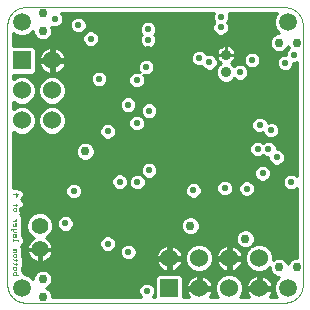
<source format=gbl>
G75*
%MOIN*%
%OFA0B0*%
%FSLAX25Y25*%
%IPPOS*%
%LPD*%
%AMOC8*
5,1,8,0,0,1.08239X$1,22.5*
%
%ADD10C,0.00000*%
%ADD11C,0.00300*%
%ADD12C,0.05600*%
%ADD13R,0.06000X0.06000*%
%ADD14C,0.06000*%
%ADD15C,0.03500*%
%ADD16C,0.02178*%
%ADD17C,0.02953*%
%ADD18C,0.00984*%
%ADD19C,0.05906*%
D10*
X0009483Y0006895D02*
X0096098Y0006895D01*
X0096250Y0006897D01*
X0096402Y0006903D01*
X0096554Y0006913D01*
X0096705Y0006926D01*
X0096856Y0006944D01*
X0097007Y0006965D01*
X0097157Y0006991D01*
X0097306Y0007020D01*
X0097455Y0007053D01*
X0097602Y0007090D01*
X0097749Y0007130D01*
X0097894Y0007175D01*
X0098038Y0007223D01*
X0098181Y0007275D01*
X0098323Y0007330D01*
X0098463Y0007389D01*
X0098602Y0007452D01*
X0098739Y0007518D01*
X0098874Y0007588D01*
X0099007Y0007661D01*
X0099138Y0007738D01*
X0099268Y0007818D01*
X0099395Y0007901D01*
X0099520Y0007987D01*
X0099643Y0008077D01*
X0099763Y0008170D01*
X0099881Y0008266D01*
X0099997Y0008365D01*
X0100110Y0008467D01*
X0100220Y0008571D01*
X0100328Y0008679D01*
X0100432Y0008789D01*
X0100534Y0008902D01*
X0100633Y0009018D01*
X0100729Y0009136D01*
X0100822Y0009256D01*
X0100912Y0009379D01*
X0100998Y0009504D01*
X0101081Y0009631D01*
X0101161Y0009761D01*
X0101238Y0009892D01*
X0101311Y0010025D01*
X0101381Y0010160D01*
X0101447Y0010297D01*
X0101510Y0010436D01*
X0101569Y0010576D01*
X0101624Y0010718D01*
X0101676Y0010861D01*
X0101724Y0011005D01*
X0101769Y0011150D01*
X0101809Y0011297D01*
X0101846Y0011444D01*
X0101879Y0011593D01*
X0101908Y0011742D01*
X0101934Y0011892D01*
X0101955Y0012043D01*
X0101973Y0012194D01*
X0101986Y0012345D01*
X0101996Y0012497D01*
X0102002Y0012649D01*
X0102004Y0012801D01*
X0102003Y0012801D02*
X0102003Y0099415D01*
X0102004Y0099415D02*
X0102002Y0099567D01*
X0101996Y0099719D01*
X0101986Y0099871D01*
X0101973Y0100022D01*
X0101955Y0100173D01*
X0101934Y0100324D01*
X0101908Y0100474D01*
X0101879Y0100623D01*
X0101846Y0100772D01*
X0101809Y0100919D01*
X0101769Y0101066D01*
X0101724Y0101211D01*
X0101676Y0101355D01*
X0101624Y0101498D01*
X0101569Y0101640D01*
X0101510Y0101780D01*
X0101447Y0101919D01*
X0101381Y0102056D01*
X0101311Y0102191D01*
X0101238Y0102324D01*
X0101161Y0102455D01*
X0101081Y0102585D01*
X0100998Y0102712D01*
X0100912Y0102837D01*
X0100822Y0102960D01*
X0100729Y0103080D01*
X0100633Y0103198D01*
X0100534Y0103314D01*
X0100432Y0103427D01*
X0100328Y0103537D01*
X0100220Y0103645D01*
X0100110Y0103749D01*
X0099997Y0103851D01*
X0099881Y0103950D01*
X0099763Y0104046D01*
X0099643Y0104139D01*
X0099520Y0104229D01*
X0099395Y0104315D01*
X0099268Y0104398D01*
X0099138Y0104478D01*
X0099007Y0104555D01*
X0098874Y0104628D01*
X0098739Y0104698D01*
X0098602Y0104764D01*
X0098463Y0104827D01*
X0098323Y0104886D01*
X0098181Y0104941D01*
X0098038Y0104993D01*
X0097894Y0105041D01*
X0097749Y0105086D01*
X0097602Y0105126D01*
X0097455Y0105163D01*
X0097306Y0105196D01*
X0097157Y0105225D01*
X0097007Y0105251D01*
X0096856Y0105272D01*
X0096705Y0105290D01*
X0096554Y0105303D01*
X0096402Y0105313D01*
X0096250Y0105319D01*
X0096098Y0105321D01*
X0096098Y0105320D02*
X0009483Y0105320D01*
X0009483Y0105321D02*
X0009331Y0105319D01*
X0009179Y0105313D01*
X0009027Y0105303D01*
X0008876Y0105290D01*
X0008725Y0105272D01*
X0008574Y0105251D01*
X0008424Y0105225D01*
X0008275Y0105196D01*
X0008126Y0105163D01*
X0007979Y0105126D01*
X0007832Y0105086D01*
X0007687Y0105041D01*
X0007543Y0104993D01*
X0007400Y0104941D01*
X0007258Y0104886D01*
X0007118Y0104827D01*
X0006979Y0104764D01*
X0006842Y0104698D01*
X0006707Y0104628D01*
X0006574Y0104555D01*
X0006443Y0104478D01*
X0006313Y0104398D01*
X0006186Y0104315D01*
X0006061Y0104229D01*
X0005938Y0104139D01*
X0005818Y0104046D01*
X0005700Y0103950D01*
X0005584Y0103851D01*
X0005471Y0103749D01*
X0005361Y0103645D01*
X0005253Y0103537D01*
X0005149Y0103427D01*
X0005047Y0103314D01*
X0004948Y0103198D01*
X0004852Y0103080D01*
X0004759Y0102960D01*
X0004669Y0102837D01*
X0004583Y0102712D01*
X0004500Y0102585D01*
X0004420Y0102455D01*
X0004343Y0102324D01*
X0004270Y0102191D01*
X0004200Y0102056D01*
X0004134Y0101919D01*
X0004071Y0101780D01*
X0004012Y0101640D01*
X0003957Y0101498D01*
X0003905Y0101355D01*
X0003857Y0101211D01*
X0003812Y0101066D01*
X0003772Y0100919D01*
X0003735Y0100772D01*
X0003702Y0100623D01*
X0003673Y0100474D01*
X0003647Y0100324D01*
X0003626Y0100173D01*
X0003608Y0100022D01*
X0003595Y0099871D01*
X0003585Y0099719D01*
X0003579Y0099567D01*
X0003577Y0099415D01*
X0003578Y0099415D02*
X0003578Y0012801D01*
X0003577Y0012801D02*
X0003579Y0012649D01*
X0003585Y0012497D01*
X0003595Y0012345D01*
X0003608Y0012194D01*
X0003626Y0012043D01*
X0003647Y0011892D01*
X0003673Y0011742D01*
X0003702Y0011593D01*
X0003735Y0011444D01*
X0003772Y0011297D01*
X0003812Y0011150D01*
X0003857Y0011005D01*
X0003905Y0010861D01*
X0003957Y0010718D01*
X0004012Y0010576D01*
X0004071Y0010436D01*
X0004134Y0010297D01*
X0004200Y0010160D01*
X0004270Y0010025D01*
X0004343Y0009892D01*
X0004420Y0009761D01*
X0004500Y0009631D01*
X0004583Y0009504D01*
X0004669Y0009379D01*
X0004759Y0009256D01*
X0004852Y0009136D01*
X0004948Y0009018D01*
X0005047Y0008902D01*
X0005149Y0008789D01*
X0005253Y0008679D01*
X0005361Y0008571D01*
X0005471Y0008467D01*
X0005584Y0008365D01*
X0005700Y0008266D01*
X0005818Y0008170D01*
X0005938Y0008077D01*
X0006061Y0007987D01*
X0006186Y0007901D01*
X0006313Y0007818D01*
X0006443Y0007738D01*
X0006574Y0007661D01*
X0006707Y0007588D01*
X0006842Y0007518D01*
X0006979Y0007452D01*
X0007118Y0007389D01*
X0007258Y0007330D01*
X0007400Y0007275D01*
X0007543Y0007223D01*
X0007687Y0007175D01*
X0007832Y0007130D01*
X0007979Y0007090D01*
X0008126Y0007053D01*
X0008275Y0007020D01*
X0008424Y0006991D01*
X0008574Y0006965D01*
X0008725Y0006944D01*
X0008876Y0006926D01*
X0009027Y0006913D01*
X0009179Y0006903D01*
X0009331Y0006897D01*
X0009483Y0006895D01*
D11*
X0007169Y0015958D02*
X0005500Y0015958D01*
X0005500Y0016793D01*
X0005778Y0017071D01*
X0006334Y0017071D01*
X0006613Y0016793D01*
X0006613Y0015958D01*
X0006334Y0017771D02*
X0005778Y0017771D01*
X0005500Y0018049D01*
X0005500Y0018606D01*
X0005778Y0018884D01*
X0006334Y0018884D01*
X0006613Y0018606D01*
X0006613Y0018049D01*
X0006334Y0017771D01*
X0006613Y0019583D02*
X0006613Y0020140D01*
X0006891Y0019861D02*
X0005778Y0019861D01*
X0005500Y0020140D01*
X0005778Y0021070D02*
X0005500Y0021348D01*
X0005778Y0021070D02*
X0006891Y0021070D01*
X0006613Y0020792D02*
X0006613Y0021348D01*
X0006334Y0022000D02*
X0005778Y0022000D01*
X0005500Y0022278D01*
X0005500Y0022835D01*
X0005778Y0023113D01*
X0006334Y0023113D01*
X0006613Y0022835D01*
X0006613Y0022278D01*
X0006334Y0022000D01*
X0006613Y0023812D02*
X0005500Y0023812D01*
X0005500Y0024369D02*
X0006334Y0024369D01*
X0006613Y0024647D01*
X0006334Y0024926D01*
X0005500Y0024926D01*
X0006334Y0024369D02*
X0006613Y0024091D01*
X0006613Y0023812D01*
X0007169Y0027438D02*
X0007169Y0027716D01*
X0005500Y0027716D01*
X0005500Y0027438D02*
X0005500Y0027994D01*
X0005778Y0028646D02*
X0006056Y0028924D01*
X0006056Y0029759D01*
X0006334Y0029759D02*
X0005500Y0029759D01*
X0005500Y0028924D01*
X0005778Y0028646D01*
X0006613Y0028924D02*
X0006613Y0029481D01*
X0006334Y0029759D01*
X0006613Y0030459D02*
X0005778Y0030459D01*
X0005500Y0030737D01*
X0005500Y0031572D01*
X0005221Y0031572D02*
X0004943Y0031293D01*
X0004943Y0031015D01*
X0005221Y0031572D02*
X0006613Y0031572D01*
X0006334Y0032271D02*
X0006613Y0032549D01*
X0006613Y0033106D01*
X0006334Y0033384D01*
X0006056Y0033384D01*
X0006056Y0032271D01*
X0005778Y0032271D02*
X0006334Y0032271D01*
X0005778Y0032271D02*
X0005500Y0032549D01*
X0005500Y0033106D01*
X0005500Y0034084D02*
X0006613Y0034084D01*
X0006613Y0034640D02*
X0006613Y0034919D01*
X0006613Y0034640D02*
X0006056Y0034084D01*
X0005778Y0037407D02*
X0005500Y0037685D01*
X0005500Y0038242D01*
X0005778Y0038520D01*
X0006334Y0038520D01*
X0006613Y0038242D01*
X0006613Y0037685D01*
X0006334Y0037407D01*
X0005778Y0037407D01*
X0006334Y0039219D02*
X0006334Y0039776D01*
X0006891Y0039498D02*
X0005500Y0039498D01*
X0006891Y0039498D02*
X0007169Y0039776D01*
X0006334Y0042240D02*
X0006334Y0043353D01*
X0005500Y0043075D02*
X0007169Y0043075D01*
X0006334Y0042240D01*
D12*
X0014405Y0032486D03*
X0014405Y0024612D03*
D13*
X0057475Y0011738D03*
X0008499Y0087604D03*
D14*
X0018499Y0087604D03*
X0018499Y0077604D03*
X0008499Y0077604D03*
X0008499Y0067604D03*
X0018499Y0067604D03*
X0057475Y0021738D03*
X0067475Y0021738D03*
X0077475Y0021738D03*
X0087475Y0021738D03*
X0087475Y0011738D03*
X0077475Y0011738D03*
X0067475Y0011738D03*
D15*
X0076413Y0083667D03*
X0076413Y0089572D03*
D16*
X0074641Y0092328D03*
X0070901Y0087013D03*
X0067554Y0088391D03*
X0063814Y0085438D03*
X0050822Y0079730D03*
X0046688Y0081108D03*
X0049838Y0085438D03*
X0050428Y0091344D03*
X0050428Y0094493D03*
X0047082Y0096462D03*
X0050428Y0098037D03*
X0034090Y0097446D03*
X0031334Y0094887D03*
X0027200Y0099415D03*
X0019326Y0101383D03*
X0008499Y0094887D03*
X0034090Y0081501D03*
X0043735Y0072840D03*
X0046688Y0066738D03*
X0050822Y0070871D03*
X0043932Y0061226D03*
X0037042Y0063982D03*
X0031137Y0063982D03*
X0037042Y0069887D03*
X0050625Y0057486D03*
X0050822Y0050989D03*
X0046885Y0047052D03*
X0040979Y0047249D03*
X0035074Y0047052D03*
X0037239Y0039572D03*
X0040586Y0030714D03*
X0037042Y0026580D03*
X0043932Y0023824D03*
X0050035Y0010832D03*
X0022869Y0033273D03*
X0018342Y0037407D03*
X0022869Y0039572D03*
X0025625Y0044100D03*
X0008499Y0037604D03*
X0006727Y0060241D03*
X0049050Y0037801D03*
X0051216Y0037801D03*
X0051609Y0040360D03*
X0064601Y0036423D03*
X0072475Y0036423D03*
X0076413Y0036423D03*
X0083302Y0039178D03*
X0083302Y0041541D03*
X0083302Y0044887D03*
X0088617Y0050005D03*
X0093342Y0055320D03*
X0090586Y0058076D03*
X0087042Y0058076D03*
X0091373Y0064375D03*
X0087633Y0066147D03*
X0098066Y0061423D03*
X0099050Y0065950D03*
X0094129Y0076974D03*
X0094916Y0083667D03*
X0096098Y0086816D03*
X0099050Y0089572D03*
X0091373Y0087801D03*
X0085074Y0087801D03*
X0081137Y0086816D03*
X0081137Y0083667D03*
X0092751Y0096856D03*
X0074838Y0102171D03*
X0074641Y0098627D03*
X0072475Y0067919D03*
X0064601Y0067919D03*
X0064601Y0060045D03*
X0072475Y0060045D03*
X0076019Y0045084D03*
X0065586Y0044297D03*
X0090192Y0036423D03*
X0094129Y0036423D03*
X0098066Y0047052D03*
X0098066Y0022643D03*
X0018342Y0011816D03*
D17*
X0015389Y0008864D03*
X0015389Y0014769D03*
X0047672Y0026974D03*
X0064601Y0032486D03*
X0078381Y0027958D03*
X0082909Y0028155D03*
X0094129Y0018706D03*
X0100035Y0018706D03*
X0096098Y0027958D03*
X0029759Y0050989D03*
X0029562Y0057289D03*
X0015389Y0097446D03*
X0015389Y0103352D03*
X0094129Y0093509D03*
X0100035Y0093509D03*
D18*
X0097087Y0092395D02*
X0097077Y0092395D01*
X0097082Y0092407D02*
X0097345Y0091773D01*
X0096709Y0091137D01*
X0096288Y0090122D01*
X0096288Y0089578D01*
X0095548Y0089578D01*
X0094533Y0089158D01*
X0093756Y0088381D01*
X0093335Y0087366D01*
X0093335Y0086267D01*
X0093756Y0085252D01*
X0094533Y0084475D01*
X0095548Y0084054D01*
X0096647Y0084054D01*
X0097662Y0084475D01*
X0098439Y0085252D01*
X0098860Y0086267D01*
X0098860Y0086810D01*
X0099600Y0086810D01*
X0100011Y0086980D01*
X0100011Y0049014D01*
X0099631Y0049394D01*
X0098615Y0049815D01*
X0097517Y0049815D01*
X0096501Y0049394D01*
X0095724Y0048617D01*
X0095304Y0047602D01*
X0095304Y0046503D01*
X0095724Y0045488D01*
X0096501Y0044711D01*
X0097517Y0044290D01*
X0098615Y0044290D01*
X0099631Y0044711D01*
X0100011Y0045091D01*
X0100011Y0021856D01*
X0099408Y0021856D01*
X0098250Y0021376D01*
X0097364Y0020490D01*
X0097082Y0019808D01*
X0096799Y0020490D01*
X0095913Y0021376D01*
X0094756Y0021856D01*
X0093503Y0021856D01*
X0092345Y0021376D01*
X0092149Y0021180D01*
X0092149Y0022667D01*
X0091437Y0024385D01*
X0090123Y0025699D01*
X0088405Y0026411D01*
X0086546Y0026411D01*
X0084963Y0025755D01*
X0085579Y0026371D01*
X0086058Y0027528D01*
X0086058Y0028781D01*
X0085579Y0029939D01*
X0084693Y0030825D01*
X0083535Y0031304D01*
X0082282Y0031304D01*
X0081124Y0030825D01*
X0080238Y0029939D01*
X0079759Y0028781D01*
X0079759Y0027528D01*
X0080238Y0026371D01*
X0081124Y0025485D01*
X0082282Y0025005D01*
X0083535Y0025005D01*
X0084558Y0025429D01*
X0083514Y0024385D01*
X0082802Y0022667D01*
X0082802Y0020808D01*
X0083514Y0019090D01*
X0084828Y0017776D01*
X0086546Y0017064D01*
X0088405Y0017064D01*
X0090123Y0017776D01*
X0090979Y0018633D01*
X0090979Y0018080D01*
X0091459Y0016922D01*
X0092345Y0016036D01*
X0093503Y0015556D01*
X0094280Y0015556D01*
X0093160Y0014437D01*
X0092456Y0012736D01*
X0092456Y0010896D01*
X0093160Y0009196D01*
X0093469Y0008887D01*
X0090957Y0008887D01*
X0091317Y0009383D01*
X0091638Y0010013D01*
X0091857Y0010686D01*
X0091946Y0011245D01*
X0087968Y0011245D01*
X0087968Y0012230D01*
X0086983Y0012230D01*
X0086983Y0016208D01*
X0086424Y0016119D01*
X0085751Y0015901D01*
X0085121Y0015580D01*
X0084549Y0015164D01*
X0084049Y0014664D01*
X0083633Y0014092D01*
X0083312Y0013462D01*
X0083094Y0012789D01*
X0083005Y0012230D01*
X0086983Y0012230D01*
X0086983Y0011245D01*
X0083005Y0011245D01*
X0083094Y0010686D01*
X0083312Y0010013D01*
X0083633Y0009383D01*
X0083994Y0008887D01*
X0081234Y0008887D01*
X0081437Y0009090D01*
X0082149Y0010808D01*
X0082149Y0012667D01*
X0081437Y0014385D01*
X0080123Y0015699D01*
X0078405Y0016411D01*
X0076546Y0016411D01*
X0074828Y0015699D01*
X0073514Y0014385D01*
X0072802Y0012667D01*
X0072802Y0010808D01*
X0073514Y0009090D01*
X0073717Y0008887D01*
X0070957Y0008887D01*
X0071317Y0009383D01*
X0071638Y0010013D01*
X0071857Y0010686D01*
X0071946Y0011245D01*
X0067968Y0011245D01*
X0067968Y0012230D01*
X0066983Y0012230D01*
X0066983Y0016208D01*
X0066424Y0016119D01*
X0065751Y0015901D01*
X0065121Y0015580D01*
X0064549Y0015164D01*
X0064049Y0014664D01*
X0063633Y0014092D01*
X0063312Y0013462D01*
X0063094Y0012789D01*
X0063005Y0012230D01*
X0066983Y0012230D01*
X0066983Y0011245D01*
X0063005Y0011245D01*
X0063094Y0010686D01*
X0063312Y0010013D01*
X0063633Y0009383D01*
X0063994Y0008887D01*
X0062149Y0008887D01*
X0062149Y0015431D01*
X0061169Y0016411D01*
X0053782Y0016411D01*
X0052802Y0015431D01*
X0052802Y0008887D01*
X0051996Y0008887D01*
X0052376Y0009267D01*
X0052797Y0010283D01*
X0052797Y0011381D01*
X0052376Y0012397D01*
X0051599Y0013174D01*
X0050584Y0013594D01*
X0049485Y0013594D01*
X0048470Y0013174D01*
X0047693Y0012397D01*
X0047272Y0011381D01*
X0047272Y0010283D01*
X0047693Y0009267D01*
X0048073Y0008887D01*
X0018538Y0008887D01*
X0018538Y0009490D01*
X0018059Y0010648D01*
X0017173Y0011534D01*
X0016491Y0011816D01*
X0017173Y0012099D01*
X0018059Y0012985D01*
X0018538Y0014143D01*
X0018538Y0015396D01*
X0018059Y0016553D01*
X0017173Y0017439D01*
X0016015Y0017919D01*
X0014762Y0017919D01*
X0013605Y0017439D01*
X0012719Y0016553D01*
X0012239Y0015396D01*
X0012239Y0014618D01*
X0011120Y0015738D01*
X0009419Y0016442D01*
X0008993Y0016442D01*
X0008993Y0016713D01*
X0008436Y0017270D01*
X0008436Y0018828D01*
X0008714Y0019106D01*
X0008714Y0021825D01*
X0008436Y0022103D01*
X0008436Y0025403D01*
X0008158Y0025681D01*
X0008074Y0025764D01*
X0008993Y0026682D01*
X0008993Y0028471D01*
X0008436Y0029028D01*
X0008436Y0035674D01*
X0007808Y0036302D01*
X0008158Y0036651D01*
X0008436Y0036930D01*
X0008436Y0038464D01*
X0008993Y0039021D01*
X0008993Y0040531D01*
X0008098Y0041425D01*
X0008158Y0041485D01*
X0008993Y0042320D01*
X0008993Y0043830D01*
X0007925Y0044898D01*
X0007368Y0044898D01*
X0007090Y0045177D01*
X0005579Y0045177D01*
X0005570Y0045167D01*
X0005570Y0063924D01*
X0005852Y0063642D01*
X0007570Y0062930D01*
X0009429Y0062930D01*
X0011146Y0063642D01*
X0012461Y0064956D01*
X0013172Y0066674D01*
X0013172Y0068533D01*
X0012461Y0070251D01*
X0011146Y0071565D01*
X0009429Y0072277D01*
X0007570Y0072277D01*
X0005852Y0071565D01*
X0005570Y0071283D01*
X0005570Y0073924D01*
X0005852Y0073642D01*
X0007570Y0072930D01*
X0009429Y0072930D01*
X0011146Y0073642D01*
X0012461Y0074956D01*
X0013172Y0076674D01*
X0013172Y0078533D01*
X0012461Y0080251D01*
X0011146Y0081565D01*
X0009429Y0082277D01*
X0007570Y0082277D01*
X0005852Y0081565D01*
X0005570Y0081283D01*
X0005570Y0082930D01*
X0012192Y0082930D01*
X0013172Y0083911D01*
X0013172Y0091297D01*
X0012192Y0092277D01*
X0005570Y0092277D01*
X0005570Y0096786D01*
X0005879Y0096477D01*
X0007579Y0095773D01*
X0009419Y0095773D01*
X0011120Y0096477D01*
X0012239Y0097597D01*
X0012239Y0096820D01*
X0012719Y0095662D01*
X0013605Y0094776D01*
X0014762Y0094297D01*
X0016015Y0094297D01*
X0017173Y0094776D01*
X0018059Y0095662D01*
X0018538Y0096820D01*
X0018538Y0098073D01*
X0018215Y0098854D01*
X0018776Y0098621D01*
X0019875Y0098621D01*
X0020891Y0099042D01*
X0021668Y0099819D01*
X0022088Y0100834D01*
X0022088Y0101933D01*
X0021668Y0102948D01*
X0021287Y0103328D01*
X0072327Y0103328D01*
X0072075Y0102720D01*
X0072075Y0101621D01*
X0072496Y0100606D01*
X0072605Y0100497D01*
X0072299Y0100192D01*
X0071879Y0099177D01*
X0071879Y0098078D01*
X0072299Y0097063D01*
X0073076Y0096286D01*
X0074091Y0095865D01*
X0075190Y0095865D01*
X0076205Y0096286D01*
X0076983Y0097063D01*
X0077403Y0098078D01*
X0077403Y0099177D01*
X0076983Y0100192D01*
X0076874Y0100301D01*
X0077179Y0100606D01*
X0077600Y0101621D01*
X0077600Y0102720D01*
X0077348Y0103328D01*
X0093469Y0103328D01*
X0093160Y0103019D01*
X0092456Y0101319D01*
X0092456Y0099479D01*
X0093160Y0097779D01*
X0094280Y0096659D01*
X0093503Y0096659D01*
X0092345Y0096179D01*
X0091459Y0095293D01*
X0090979Y0094136D01*
X0090979Y0092883D01*
X0091459Y0091725D01*
X0092345Y0090839D01*
X0093503Y0090360D01*
X0094756Y0090360D01*
X0095913Y0090839D01*
X0096799Y0091725D01*
X0097082Y0092407D01*
X0096984Y0091413D02*
X0096487Y0091413D01*
X0096416Y0090430D02*
X0094925Y0090430D01*
X0095231Y0089447D02*
X0087334Y0089447D01*
X0087416Y0089365D02*
X0086639Y0090142D01*
X0085623Y0090563D01*
X0084524Y0090563D01*
X0083509Y0090142D01*
X0082732Y0089365D01*
X0082312Y0088350D01*
X0082312Y0087251D01*
X0082732Y0086236D01*
X0083509Y0085459D01*
X0084524Y0085038D01*
X0085623Y0085038D01*
X0086639Y0085459D01*
X0087416Y0086236D01*
X0087836Y0087251D01*
X0087836Y0088350D01*
X0087416Y0089365D01*
X0087789Y0088464D02*
X0093839Y0088464D01*
X0093383Y0087482D02*
X0087836Y0087482D01*
X0087525Y0086499D02*
X0093335Y0086499D01*
X0093646Y0085516D02*
X0086696Y0085516D01*
X0083899Y0084216D02*
X0083899Y0083117D01*
X0083479Y0082102D01*
X0082702Y0081325D01*
X0081686Y0080904D01*
X0080587Y0080904D01*
X0079572Y0081325D01*
X0079242Y0081655D01*
X0078352Y0080765D01*
X0077093Y0080243D01*
X0075732Y0080243D01*
X0074473Y0080765D01*
X0073510Y0081728D01*
X0072989Y0082986D01*
X0072989Y0084348D01*
X0073510Y0085606D01*
X0074473Y0086569D01*
X0074843Y0086722D01*
X0074346Y0087054D01*
X0073894Y0087505D01*
X0073539Y0088036D01*
X0073295Y0088626D01*
X0073170Y0089253D01*
X0073170Y0089564D01*
X0076405Y0089564D01*
X0076405Y0089580D01*
X0076405Y0092814D01*
X0076093Y0092814D01*
X0075467Y0092690D01*
X0074877Y0092445D01*
X0074346Y0092090D01*
X0073894Y0091639D01*
X0073539Y0091108D01*
X0073295Y0090518D01*
X0073170Y0089891D01*
X0073170Y0089580D01*
X0076405Y0089580D01*
X0076420Y0089580D01*
X0076420Y0092814D01*
X0076732Y0092814D01*
X0077358Y0092690D01*
X0077948Y0092445D01*
X0078479Y0092090D01*
X0078931Y0091639D01*
X0079286Y0091108D01*
X0079530Y0090518D01*
X0079655Y0089891D01*
X0079655Y0089580D01*
X0076420Y0089580D01*
X0076420Y0089564D01*
X0079655Y0089564D01*
X0079655Y0089253D01*
X0079530Y0088626D01*
X0079286Y0088036D01*
X0078931Y0087505D01*
X0078479Y0087054D01*
X0077982Y0086722D01*
X0078352Y0086569D01*
X0079242Y0085678D01*
X0079572Y0086008D01*
X0080587Y0086429D01*
X0081686Y0086429D01*
X0082702Y0086008D01*
X0083479Y0085231D01*
X0083899Y0084216D01*
X0083768Y0084533D02*
X0094474Y0084533D01*
X0097721Y0084533D02*
X0100011Y0084533D01*
X0100011Y0083551D02*
X0083899Y0083551D01*
X0083672Y0082568D02*
X0100011Y0082568D01*
X0100011Y0081585D02*
X0082962Y0081585D01*
X0079312Y0081585D02*
X0079172Y0081585D01*
X0077960Y0080602D02*
X0100011Y0080602D01*
X0100011Y0079619D02*
X0049061Y0079619D01*
X0049030Y0079543D02*
X0049450Y0080558D01*
X0049450Y0081657D01*
X0049030Y0082672D01*
X0048840Y0082862D01*
X0049288Y0082676D01*
X0050387Y0082676D01*
X0051402Y0083097D01*
X0052179Y0083874D01*
X0052600Y0084889D01*
X0052600Y0085988D01*
X0052179Y0087003D01*
X0051402Y0087780D01*
X0050387Y0088201D01*
X0049288Y0088201D01*
X0048273Y0087780D01*
X0047496Y0087003D01*
X0047075Y0085988D01*
X0047075Y0084889D01*
X0047496Y0083874D01*
X0047685Y0083684D01*
X0047238Y0083870D01*
X0046139Y0083870D01*
X0045123Y0083449D01*
X0044346Y0082672D01*
X0043926Y0081657D01*
X0043926Y0080558D01*
X0044346Y0079543D01*
X0045123Y0078766D01*
X0046139Y0078345D01*
X0047238Y0078345D01*
X0048253Y0078766D01*
X0049030Y0079543D01*
X0049450Y0080602D02*
X0074865Y0080602D01*
X0073653Y0081585D02*
X0049450Y0081585D01*
X0049073Y0082568D02*
X0073162Y0082568D01*
X0072989Y0083551D02*
X0051856Y0083551D01*
X0052453Y0084533D02*
X0069669Y0084533D01*
X0069336Y0084671D02*
X0070351Y0084251D01*
X0071450Y0084251D01*
X0072465Y0084671D01*
X0073242Y0085448D01*
X0073663Y0086464D01*
X0073663Y0087563D01*
X0073242Y0088578D01*
X0072465Y0089355D01*
X0071450Y0089775D01*
X0070351Y0089775D01*
X0070026Y0089641D01*
X0069896Y0089956D01*
X0069119Y0090733D01*
X0068104Y0091153D01*
X0067005Y0091153D01*
X0065990Y0090733D01*
X0065213Y0089956D01*
X0064792Y0088941D01*
X0064792Y0087842D01*
X0065213Y0086826D01*
X0065990Y0086049D01*
X0067005Y0085629D01*
X0068104Y0085629D01*
X0068429Y0085763D01*
X0068559Y0085448D01*
X0069336Y0084671D01*
X0068531Y0085516D02*
X0052600Y0085516D01*
X0052388Y0086499D02*
X0065540Y0086499D01*
X0064941Y0087482D02*
X0051701Y0087482D01*
X0047975Y0087482D02*
X0018991Y0087482D01*
X0018991Y0087112D02*
X0018991Y0088096D01*
X0018007Y0088096D01*
X0018007Y0092074D01*
X0017447Y0091985D01*
X0016775Y0091767D01*
X0016145Y0091446D01*
X0015573Y0091030D01*
X0015073Y0090530D01*
X0014657Y0089958D01*
X0014336Y0089328D01*
X0014118Y0088656D01*
X0014029Y0088096D01*
X0018007Y0088096D01*
X0018007Y0087112D01*
X0014029Y0087112D01*
X0014118Y0086552D01*
X0014336Y0085879D01*
X0014657Y0085249D01*
X0015073Y0084677D01*
X0015573Y0084177D01*
X0016145Y0083762D01*
X0016775Y0083441D01*
X0017447Y0083222D01*
X0018007Y0083133D01*
X0018007Y0087111D01*
X0018991Y0087111D01*
X0018991Y0083133D01*
X0019551Y0083222D01*
X0020223Y0083441D01*
X0020853Y0083762D01*
X0021426Y0084177D01*
X0021926Y0084677D01*
X0022341Y0085249D01*
X0022662Y0085879D01*
X0022881Y0086552D01*
X0022969Y0087112D01*
X0018991Y0087112D01*
X0018991Y0086499D02*
X0018007Y0086499D01*
X0018007Y0087482D02*
X0013172Y0087482D01*
X0013172Y0088464D02*
X0014087Y0088464D01*
X0014397Y0089447D02*
X0013172Y0089447D01*
X0013172Y0090430D02*
X0015000Y0090430D01*
X0016099Y0091413D02*
X0013056Y0091413D01*
X0014607Y0094361D02*
X0005570Y0094361D01*
X0005570Y0095344D02*
X0013037Y0095344D01*
X0012444Y0096326D02*
X0010756Y0096326D01*
X0011952Y0097309D02*
X0012239Y0097309D01*
X0016171Y0094361D02*
X0028572Y0094361D01*
X0028572Y0094338D02*
X0028992Y0093322D01*
X0029769Y0092545D01*
X0030784Y0092125D01*
X0031883Y0092125D01*
X0032898Y0092545D01*
X0033675Y0093322D01*
X0034096Y0094338D01*
X0034096Y0095437D01*
X0033675Y0096452D01*
X0032898Y0097229D01*
X0031883Y0097649D01*
X0030784Y0097649D01*
X0029769Y0097229D01*
X0028992Y0096452D01*
X0028572Y0095437D01*
X0028572Y0094338D01*
X0028572Y0095344D02*
X0017741Y0095344D01*
X0018334Y0096326D02*
X0028940Y0096326D01*
X0028765Y0097073D02*
X0029542Y0097850D01*
X0029962Y0098865D01*
X0029962Y0099964D01*
X0029542Y0100979D01*
X0028765Y0101756D01*
X0027749Y0102177D01*
X0026650Y0102177D01*
X0025635Y0101756D01*
X0024858Y0100979D01*
X0024438Y0099964D01*
X0024438Y0098865D01*
X0024858Y0097850D01*
X0025635Y0097073D01*
X0026650Y0096652D01*
X0027749Y0096652D01*
X0028765Y0097073D01*
X0029001Y0097309D02*
X0029963Y0097309D01*
X0029725Y0098292D02*
X0047666Y0098292D01*
X0047666Y0098586D02*
X0047666Y0097487D01*
X0048087Y0096472D01*
X0048294Y0096265D01*
X0048087Y0096058D01*
X0047666Y0095043D01*
X0047666Y0093944D01*
X0048087Y0092929D01*
X0048864Y0092152D01*
X0049879Y0091731D01*
X0050978Y0091731D01*
X0051993Y0092152D01*
X0052770Y0092929D01*
X0053190Y0093944D01*
X0053190Y0095043D01*
X0052770Y0096058D01*
X0052563Y0096265D01*
X0052770Y0096472D01*
X0053190Y0097487D01*
X0053190Y0098586D01*
X0052770Y0099601D01*
X0051993Y0100378D01*
X0050978Y0100799D01*
X0049879Y0100799D01*
X0048864Y0100378D01*
X0048087Y0099601D01*
X0047666Y0098586D01*
X0047951Y0099275D02*
X0029962Y0099275D01*
X0029841Y0100258D02*
X0048743Y0100258D01*
X0047740Y0097309D02*
X0032704Y0097309D01*
X0033727Y0096326D02*
X0048232Y0096326D01*
X0047791Y0095344D02*
X0034096Y0095344D01*
X0034096Y0094361D02*
X0047666Y0094361D01*
X0047900Y0093378D02*
X0033698Y0093378D01*
X0032536Y0092395D02*
X0048620Y0092395D01*
X0052237Y0092395D02*
X0074802Y0092395D01*
X0073743Y0091413D02*
X0020899Y0091413D01*
X0020853Y0091446D02*
X0020223Y0091767D01*
X0019551Y0091985D01*
X0018991Y0092074D01*
X0018991Y0088096D01*
X0022969Y0088096D01*
X0022881Y0088656D01*
X0022662Y0089328D01*
X0022341Y0089958D01*
X0021926Y0090530D01*
X0021426Y0091030D01*
X0020853Y0091446D01*
X0021998Y0090430D02*
X0065687Y0090430D01*
X0065002Y0089447D02*
X0022601Y0089447D01*
X0022911Y0088464D02*
X0064792Y0088464D01*
X0069422Y0090430D02*
X0073277Y0090430D01*
X0073170Y0089447D02*
X0072242Y0089447D01*
X0073289Y0088464D02*
X0073362Y0088464D01*
X0073663Y0087482D02*
X0073918Y0087482D01*
X0073663Y0086499D02*
X0074403Y0086499D01*
X0073473Y0085516D02*
X0073270Y0085516D01*
X0073066Y0084533D02*
X0072132Y0084533D01*
X0078421Y0086499D02*
X0082623Y0086499D01*
X0082312Y0087482D02*
X0078907Y0087482D01*
X0079463Y0088464D02*
X0082359Y0088464D01*
X0082814Y0089447D02*
X0079655Y0089447D01*
X0079548Y0090430D02*
X0084204Y0090430D01*
X0085944Y0090430D02*
X0093333Y0090430D01*
X0091771Y0091413D02*
X0079082Y0091413D01*
X0078023Y0092395D02*
X0091181Y0092395D01*
X0090979Y0093378D02*
X0052956Y0093378D01*
X0053190Y0094361D02*
X0091073Y0094361D01*
X0091509Y0095344D02*
X0053066Y0095344D01*
X0052624Y0096326D02*
X0073035Y0096326D01*
X0072197Y0097309D02*
X0053117Y0097309D01*
X0053190Y0098292D02*
X0071879Y0098292D01*
X0071919Y0099275D02*
X0052905Y0099275D01*
X0052114Y0100258D02*
X0072365Y0100258D01*
X0072233Y0101240D02*
X0029281Y0101240D01*
X0025399Y0097309D02*
X0018538Y0097309D01*
X0018448Y0098292D02*
X0024675Y0098292D01*
X0024438Y0099275D02*
X0021124Y0099275D01*
X0021849Y0100258D02*
X0024559Y0100258D01*
X0025119Y0101240D02*
X0022088Y0101240D01*
X0021968Y0102223D02*
X0072075Y0102223D01*
X0072277Y0103206D02*
X0021410Y0103206D01*
X0028969Y0093378D02*
X0005570Y0093378D01*
X0005570Y0092395D02*
X0030131Y0092395D01*
X0022863Y0086499D02*
X0047287Y0086499D01*
X0047075Y0085516D02*
X0022477Y0085516D01*
X0021782Y0084533D02*
X0047223Y0084533D01*
X0045368Y0083551D02*
X0035947Y0083551D01*
X0035654Y0083843D02*
X0034639Y0084263D01*
X0033540Y0084263D01*
X0032525Y0083843D01*
X0031748Y0083066D01*
X0031327Y0082051D01*
X0031327Y0080952D01*
X0031748Y0079937D01*
X0032525Y0079160D01*
X0033540Y0078739D01*
X0034639Y0078739D01*
X0035654Y0079160D01*
X0036431Y0079937D01*
X0036852Y0080952D01*
X0036852Y0082051D01*
X0036431Y0083066D01*
X0035654Y0083843D01*
X0036638Y0082568D02*
X0044303Y0082568D01*
X0043926Y0081585D02*
X0036852Y0081585D01*
X0036707Y0080602D02*
X0043926Y0080602D01*
X0044315Y0079619D02*
X0036114Y0079619D01*
X0032065Y0079619D02*
X0022722Y0079619D01*
X0022461Y0080251D02*
X0021146Y0081565D01*
X0019429Y0082277D01*
X0017570Y0082277D01*
X0015852Y0081565D01*
X0014537Y0080251D01*
X0013826Y0078533D01*
X0013826Y0076674D01*
X0014537Y0074956D01*
X0015852Y0073642D01*
X0017570Y0072930D01*
X0019429Y0072930D01*
X0021146Y0073642D01*
X0022461Y0074956D01*
X0023172Y0076674D01*
X0023172Y0078533D01*
X0022461Y0080251D01*
X0022109Y0080602D02*
X0031472Y0080602D01*
X0031327Y0081585D02*
X0021099Y0081585D01*
X0020439Y0083551D02*
X0032233Y0083551D01*
X0031542Y0082568D02*
X0005570Y0082568D01*
X0005570Y0081585D02*
X0005899Y0081585D01*
X0011099Y0081585D02*
X0015899Y0081585D01*
X0014889Y0080602D02*
X0012109Y0080602D01*
X0012722Y0079619D02*
X0014276Y0079619D01*
X0013869Y0078637D02*
X0013129Y0078637D01*
X0013172Y0077654D02*
X0013826Y0077654D01*
X0013827Y0076671D02*
X0013171Y0076671D01*
X0012764Y0075688D02*
X0014234Y0075688D01*
X0014788Y0074706D02*
X0012210Y0074706D01*
X0011227Y0073723D02*
X0015771Y0073723D01*
X0015852Y0071565D02*
X0017570Y0072277D01*
X0019429Y0072277D01*
X0021146Y0071565D01*
X0022461Y0070251D01*
X0023172Y0068533D01*
X0023172Y0066674D01*
X0022461Y0064956D01*
X0021146Y0063642D01*
X0019429Y0062930D01*
X0017570Y0062930D01*
X0015852Y0063642D01*
X0014537Y0064956D01*
X0013826Y0066674D01*
X0013826Y0068533D01*
X0014537Y0070251D01*
X0015852Y0071565D01*
X0016315Y0071757D02*
X0010683Y0071757D01*
X0011937Y0070775D02*
X0015061Y0070775D01*
X0014347Y0069792D02*
X0012651Y0069792D01*
X0013058Y0068809D02*
X0013940Y0068809D01*
X0013826Y0067826D02*
X0013172Y0067826D01*
X0013172Y0066844D02*
X0013826Y0066844D01*
X0014163Y0065861D02*
X0012835Y0065861D01*
X0012382Y0064878D02*
X0014616Y0064878D01*
X0015599Y0063895D02*
X0011400Y0063895D01*
X0005599Y0063895D02*
X0005570Y0063895D01*
X0005570Y0062913D02*
X0034495Y0062913D01*
X0034701Y0062417D02*
X0035478Y0061640D01*
X0036493Y0061219D01*
X0037592Y0061219D01*
X0038607Y0061640D01*
X0039384Y0062417D01*
X0039805Y0063432D01*
X0039805Y0064531D01*
X0039384Y0065546D01*
X0038607Y0066323D01*
X0037592Y0066744D01*
X0036493Y0066744D01*
X0035478Y0066323D01*
X0034701Y0065546D01*
X0034280Y0064531D01*
X0034280Y0063432D01*
X0034701Y0062417D01*
X0035188Y0061930D02*
X0005570Y0061930D01*
X0005570Y0060947D02*
X0100011Y0060947D01*
X0100011Y0061930D02*
X0092687Y0061930D01*
X0092938Y0062034D02*
X0093715Y0062811D01*
X0094135Y0063826D01*
X0094135Y0064925D01*
X0093715Y0065940D01*
X0092938Y0066717D01*
X0091923Y0067138D01*
X0090824Y0067138D01*
X0090302Y0066921D01*
X0089975Y0067712D01*
X0089198Y0068489D01*
X0088182Y0068909D01*
X0087084Y0068909D01*
X0086068Y0068489D01*
X0085291Y0067712D01*
X0084871Y0066696D01*
X0084871Y0065598D01*
X0085291Y0064582D01*
X0086068Y0063805D01*
X0087084Y0063385D01*
X0088182Y0063385D01*
X0088704Y0063601D01*
X0089031Y0062811D01*
X0089808Y0062034D01*
X0090824Y0061613D01*
X0091923Y0061613D01*
X0092938Y0062034D01*
X0093757Y0062913D02*
X0100011Y0062913D01*
X0100011Y0063895D02*
X0094135Y0063895D01*
X0094135Y0064878D02*
X0100011Y0064878D01*
X0100011Y0065861D02*
X0093748Y0065861D01*
X0092632Y0066844D02*
X0100011Y0066844D01*
X0100011Y0067826D02*
X0089860Y0067826D01*
X0088424Y0068809D02*
X0100011Y0068809D01*
X0100011Y0069792D02*
X0053365Y0069792D01*
X0053164Y0069307D02*
X0052387Y0068530D01*
X0051371Y0068109D01*
X0050273Y0068109D01*
X0049257Y0068530D01*
X0048480Y0069307D01*
X0048060Y0070322D01*
X0048060Y0071421D01*
X0048480Y0072436D01*
X0049257Y0073213D01*
X0050273Y0073634D01*
X0051371Y0073634D01*
X0052387Y0073213D01*
X0053164Y0072436D01*
X0053584Y0071421D01*
X0053584Y0070322D01*
X0053164Y0069307D01*
X0052666Y0068809D02*
X0086842Y0068809D01*
X0085406Y0067826D02*
X0049227Y0067826D01*
X0049030Y0068302D02*
X0048253Y0069079D01*
X0047238Y0069500D01*
X0046139Y0069500D01*
X0045123Y0069079D01*
X0044346Y0068302D01*
X0043926Y0067287D01*
X0043926Y0066188D01*
X0044346Y0065173D01*
X0045123Y0064396D01*
X0046139Y0063975D01*
X0047238Y0063975D01*
X0048253Y0064396D01*
X0049030Y0065173D01*
X0049450Y0066188D01*
X0049450Y0067287D01*
X0049030Y0068302D01*
X0048978Y0068809D02*
X0048523Y0068809D01*
X0048279Y0069792D02*
X0022651Y0069792D01*
X0023058Y0068809D02*
X0044853Y0068809D01*
X0044149Y0067826D02*
X0023172Y0067826D01*
X0023172Y0066844D02*
X0043926Y0066844D01*
X0044061Y0065861D02*
X0039070Y0065861D01*
X0039661Y0064878D02*
X0044641Y0064878D01*
X0048735Y0064878D02*
X0085169Y0064878D01*
X0084871Y0065861D02*
X0049315Y0065861D01*
X0049450Y0066844D02*
X0084932Y0066844D01*
X0085978Y0063895D02*
X0039805Y0063895D01*
X0039589Y0062913D02*
X0088989Y0062913D01*
X0090059Y0061930D02*
X0038897Y0061930D01*
X0034280Y0063895D02*
X0021400Y0063895D01*
X0022382Y0064878D02*
X0034424Y0064878D01*
X0035015Y0065861D02*
X0022835Y0065861D01*
X0021937Y0070775D02*
X0041894Y0070775D01*
X0042171Y0070498D02*
X0043186Y0070078D01*
X0044285Y0070078D01*
X0045300Y0070498D01*
X0046077Y0071275D01*
X0046498Y0072290D01*
X0046498Y0073389D01*
X0046077Y0074405D01*
X0045300Y0075182D01*
X0044285Y0075602D01*
X0043186Y0075602D01*
X0042171Y0075182D01*
X0041394Y0074405D01*
X0040973Y0073389D01*
X0040973Y0072290D01*
X0041394Y0071275D01*
X0042171Y0070498D01*
X0041194Y0071757D02*
X0020683Y0071757D01*
X0021227Y0073723D02*
X0041111Y0073723D01*
X0040973Y0072740D02*
X0005570Y0072740D01*
X0005570Y0071757D02*
X0006315Y0071757D01*
X0005771Y0073723D02*
X0005570Y0073723D01*
X0012812Y0083551D02*
X0016559Y0083551D01*
X0018007Y0083551D02*
X0018991Y0083551D01*
X0018991Y0084533D02*
X0018007Y0084533D01*
X0018007Y0085516D02*
X0018991Y0085516D01*
X0018991Y0088464D02*
X0018007Y0088464D01*
X0018007Y0089447D02*
X0018991Y0089447D01*
X0018991Y0090430D02*
X0018007Y0090430D01*
X0018007Y0091413D02*
X0018991Y0091413D01*
X0014135Y0086499D02*
X0013172Y0086499D01*
X0013172Y0085516D02*
X0014521Y0085516D01*
X0015217Y0084533D02*
X0013172Y0084533D01*
X0023129Y0078637D02*
X0045435Y0078637D01*
X0047941Y0078637D02*
X0100011Y0078637D01*
X0100011Y0077654D02*
X0023172Y0077654D01*
X0023171Y0076671D02*
X0100011Y0076671D01*
X0100011Y0075688D02*
X0022764Y0075688D01*
X0022210Y0074706D02*
X0041695Y0074706D01*
X0045776Y0074706D02*
X0100011Y0074706D01*
X0100011Y0073723D02*
X0046359Y0073723D01*
X0046498Y0072740D02*
X0048784Y0072740D01*
X0048199Y0071757D02*
X0046277Y0071757D01*
X0045576Y0070775D02*
X0048060Y0070775D01*
X0052860Y0072740D02*
X0100011Y0072740D01*
X0100011Y0071757D02*
X0053445Y0071757D01*
X0053584Y0070775D02*
X0100011Y0070775D01*
X0092150Y0060418D02*
X0091135Y0060838D01*
X0090036Y0060838D01*
X0089021Y0060418D01*
X0088814Y0060211D01*
X0088607Y0060418D01*
X0087592Y0060838D01*
X0086493Y0060838D01*
X0085478Y0060418D01*
X0084701Y0059641D01*
X0084280Y0058626D01*
X0084280Y0057527D01*
X0084701Y0056511D01*
X0085478Y0055734D01*
X0086493Y0055314D01*
X0087592Y0055314D01*
X0088607Y0055734D01*
X0088814Y0055941D01*
X0089021Y0055734D01*
X0090036Y0055314D01*
X0090579Y0055314D01*
X0090579Y0054771D01*
X0091000Y0053756D01*
X0091777Y0052979D01*
X0092792Y0052558D01*
X0093891Y0052558D01*
X0094906Y0052979D01*
X0095683Y0053756D01*
X0096104Y0054771D01*
X0096104Y0055870D01*
X0095683Y0056885D01*
X0094906Y0057662D01*
X0093891Y0058082D01*
X0093348Y0058082D01*
X0093348Y0058626D01*
X0092927Y0059641D01*
X0092150Y0060418D01*
X0092604Y0059964D02*
X0100011Y0059964D01*
X0100011Y0058981D02*
X0093201Y0058981D01*
X0094093Y0057999D02*
X0100011Y0057999D01*
X0100011Y0057016D02*
X0095552Y0057016D01*
X0096036Y0056033D02*
X0100011Y0056033D01*
X0100011Y0055050D02*
X0096104Y0055050D01*
X0095813Y0054068D02*
X0100011Y0054068D01*
X0100011Y0053085D02*
X0095013Y0053085D01*
X0091671Y0053085D02*
X0052633Y0053085D01*
X0052387Y0053331D02*
X0051371Y0053752D01*
X0050273Y0053752D01*
X0049257Y0053331D01*
X0048480Y0052554D01*
X0048060Y0051539D01*
X0048060Y0050440D01*
X0048480Y0049425D01*
X0049257Y0048648D01*
X0050273Y0048227D01*
X0051371Y0048227D01*
X0052387Y0048648D01*
X0053164Y0049425D01*
X0053584Y0050440D01*
X0053584Y0051539D01*
X0053164Y0052554D01*
X0052387Y0053331D01*
X0053351Y0052102D02*
X0086808Y0052102D01*
X0087053Y0052347D02*
X0086276Y0051570D01*
X0085855Y0050555D01*
X0085855Y0049456D01*
X0086276Y0048441D01*
X0087053Y0047664D01*
X0088068Y0047243D01*
X0089167Y0047243D01*
X0090182Y0047664D01*
X0090959Y0048441D01*
X0091379Y0049456D01*
X0091379Y0050555D01*
X0090959Y0051570D01*
X0090182Y0052347D01*
X0089167Y0052767D01*
X0088068Y0052767D01*
X0087053Y0052347D01*
X0086089Y0051119D02*
X0053584Y0051119D01*
X0053458Y0050137D02*
X0085855Y0050137D01*
X0085980Y0049154D02*
X0052893Y0049154D01*
X0049647Y0047602D02*
X0049647Y0046503D01*
X0049227Y0045488D01*
X0048450Y0044711D01*
X0047434Y0044290D01*
X0046335Y0044290D01*
X0045320Y0044711D01*
X0044543Y0045488D01*
X0044123Y0046503D01*
X0044123Y0047602D01*
X0044543Y0048617D01*
X0045320Y0049394D01*
X0046335Y0049815D01*
X0047434Y0049815D01*
X0048450Y0049394D01*
X0049227Y0048617D01*
X0049647Y0047602D01*
X0049647Y0047188D02*
X0074217Y0047188D01*
X0074454Y0047426D02*
X0073677Y0046649D01*
X0073257Y0045633D01*
X0073257Y0044535D01*
X0073677Y0043519D01*
X0074454Y0042742D01*
X0075469Y0042322D01*
X0076568Y0042322D01*
X0077583Y0042742D01*
X0078360Y0043519D01*
X0078781Y0044535D01*
X0078781Y0045633D01*
X0078360Y0046649D01*
X0077583Y0047426D01*
X0076568Y0047846D01*
X0075469Y0047846D01*
X0074454Y0047426D01*
X0073494Y0046206D02*
X0067583Y0046206D01*
X0067927Y0045861D02*
X0067150Y0046638D01*
X0066135Y0047059D01*
X0065036Y0047059D01*
X0064021Y0046638D01*
X0063244Y0045861D01*
X0062824Y0044846D01*
X0062824Y0043747D01*
X0063244Y0042732D01*
X0064021Y0041955D01*
X0065036Y0041534D01*
X0066135Y0041534D01*
X0067150Y0041955D01*
X0067927Y0042732D01*
X0068348Y0043747D01*
X0068348Y0044846D01*
X0067927Y0045861D01*
X0068192Y0045223D02*
X0073257Y0045223D01*
X0073379Y0044240D02*
X0068348Y0044240D01*
X0068145Y0043257D02*
X0073939Y0043257D01*
X0078098Y0043257D02*
X0081026Y0043257D01*
X0080961Y0043322D02*
X0081738Y0042545D01*
X0082753Y0042125D01*
X0083852Y0042125D01*
X0084867Y0042545D01*
X0085644Y0043322D01*
X0086064Y0044338D01*
X0086064Y0045437D01*
X0085644Y0046452D01*
X0084867Y0047229D01*
X0083852Y0047649D01*
X0082753Y0047649D01*
X0081738Y0047229D01*
X0080961Y0046452D01*
X0080540Y0045437D01*
X0080540Y0044338D01*
X0080961Y0043322D01*
X0080581Y0044240D02*
X0078659Y0044240D01*
X0078781Y0045223D02*
X0080540Y0045223D01*
X0080859Y0046206D02*
X0078544Y0046206D01*
X0077821Y0047188D02*
X0081697Y0047188D01*
X0084907Y0047188D02*
X0095304Y0047188D01*
X0095427Y0046206D02*
X0085746Y0046206D01*
X0086064Y0045223D02*
X0095989Y0045223D01*
X0095540Y0048171D02*
X0090689Y0048171D01*
X0091254Y0049154D02*
X0096261Y0049154D01*
X0099871Y0049154D02*
X0100011Y0049154D01*
X0100011Y0050137D02*
X0091379Y0050137D01*
X0091146Y0051119D02*
X0100011Y0051119D01*
X0100011Y0052102D02*
X0090427Y0052102D01*
X0090871Y0054068D02*
X0005570Y0054068D01*
X0005570Y0055050D02*
X0027346Y0055050D01*
X0027778Y0054619D02*
X0028936Y0054139D01*
X0030189Y0054139D01*
X0031346Y0054619D01*
X0032232Y0055505D01*
X0032712Y0056662D01*
X0032712Y0057915D01*
X0032232Y0059073D01*
X0031346Y0059959D01*
X0030189Y0060438D01*
X0028936Y0060438D01*
X0027778Y0059959D01*
X0026892Y0059073D01*
X0026412Y0057915D01*
X0026412Y0056662D01*
X0026892Y0055505D01*
X0027778Y0054619D01*
X0026673Y0056033D02*
X0005570Y0056033D01*
X0005570Y0057016D02*
X0026412Y0057016D01*
X0026447Y0057999D02*
X0005570Y0057999D01*
X0005570Y0058981D02*
X0026854Y0058981D01*
X0027791Y0059964D02*
X0005570Y0059964D01*
X0005570Y0053085D02*
X0049011Y0053085D01*
X0048293Y0052102D02*
X0005570Y0052102D01*
X0005570Y0051119D02*
X0048060Y0051119D01*
X0048185Y0050137D02*
X0005570Y0050137D01*
X0005570Y0049154D02*
X0038978Y0049154D01*
X0038638Y0048814D02*
X0038217Y0047799D01*
X0038217Y0046700D01*
X0038638Y0045685D01*
X0039415Y0044908D01*
X0040430Y0044487D01*
X0041529Y0044487D01*
X0042544Y0044908D01*
X0043321Y0045685D01*
X0043742Y0046700D01*
X0043742Y0047799D01*
X0043321Y0048814D01*
X0042544Y0049591D01*
X0041529Y0050012D01*
X0040430Y0050012D01*
X0039415Y0049591D01*
X0038638Y0048814D01*
X0038371Y0048171D02*
X0005570Y0048171D01*
X0005570Y0047188D02*
X0038217Y0047188D01*
X0038422Y0046206D02*
X0027426Y0046206D01*
X0027190Y0046441D02*
X0026175Y0046862D01*
X0025076Y0046862D01*
X0024060Y0046441D01*
X0023283Y0045664D01*
X0022863Y0044649D01*
X0022863Y0043550D01*
X0023283Y0042535D01*
X0024060Y0041758D01*
X0025076Y0041338D01*
X0026175Y0041338D01*
X0027190Y0041758D01*
X0027967Y0042535D01*
X0028387Y0043550D01*
X0028387Y0044649D01*
X0027967Y0045664D01*
X0027190Y0046441D01*
X0028150Y0045223D02*
X0039100Y0045223D01*
X0042859Y0045223D02*
X0044808Y0045223D01*
X0044246Y0046206D02*
X0043537Y0046206D01*
X0043742Y0047188D02*
X0044123Y0047188D01*
X0044358Y0048171D02*
X0043587Y0048171D01*
X0042981Y0049154D02*
X0045080Y0049154D01*
X0048690Y0049154D02*
X0048751Y0049154D01*
X0049411Y0048171D02*
X0086545Y0048171D01*
X0086024Y0044240D02*
X0100011Y0044240D01*
X0100011Y0043257D02*
X0085579Y0043257D01*
X0084213Y0042274D02*
X0100011Y0042274D01*
X0100011Y0041292D02*
X0008232Y0041292D01*
X0008947Y0042274D02*
X0023544Y0042274D01*
X0022984Y0043257D02*
X0008993Y0043257D01*
X0008583Y0044240D02*
X0022863Y0044240D01*
X0023101Y0045223D02*
X0005570Y0045223D01*
X0005570Y0046206D02*
X0023825Y0046206D01*
X0028387Y0044240D02*
X0062824Y0044240D01*
X0062980Y0045223D02*
X0048962Y0045223D01*
X0049524Y0046206D02*
X0063588Y0046206D01*
X0063026Y0043257D02*
X0028266Y0043257D01*
X0027706Y0042274D02*
X0063701Y0042274D01*
X0067470Y0042274D02*
X0082392Y0042274D01*
X0080781Y0030481D02*
X0067051Y0030481D01*
X0067272Y0030701D02*
X0066386Y0029815D01*
X0065228Y0029336D01*
X0063975Y0029336D01*
X0062817Y0029815D01*
X0061931Y0030701D01*
X0061452Y0031859D01*
X0061452Y0033112D01*
X0061931Y0034270D01*
X0062817Y0035156D01*
X0063975Y0035635D01*
X0065228Y0035635D01*
X0066386Y0035156D01*
X0067272Y0034270D01*
X0067751Y0033112D01*
X0067751Y0031859D01*
X0067272Y0030701D01*
X0067587Y0031464D02*
X0100011Y0031464D01*
X0100011Y0030481D02*
X0085036Y0030481D01*
X0085761Y0029499D02*
X0100011Y0029499D01*
X0100011Y0028516D02*
X0086058Y0028516D01*
X0086058Y0027533D02*
X0100011Y0027533D01*
X0100011Y0026550D02*
X0085653Y0026550D01*
X0083714Y0024585D02*
X0080959Y0024585D01*
X0080902Y0024664D02*
X0080402Y0025164D01*
X0079830Y0025580D01*
X0079200Y0025901D01*
X0078527Y0026119D01*
X0077968Y0026208D01*
X0077968Y0022230D01*
X0081946Y0022230D01*
X0081857Y0022789D01*
X0081638Y0023462D01*
X0081317Y0024092D01*
X0080902Y0024664D01*
X0081042Y0025568D02*
X0079846Y0025568D01*
X0080164Y0026550D02*
X0044569Y0026550D01*
X0044482Y0026586D02*
X0043383Y0026586D01*
X0042368Y0026166D01*
X0041591Y0025389D01*
X0041170Y0024374D01*
X0041170Y0023275D01*
X0041591Y0022259D01*
X0042368Y0021482D01*
X0043383Y0021062D01*
X0044482Y0021062D01*
X0045497Y0021482D01*
X0046274Y0022259D01*
X0046694Y0023275D01*
X0046694Y0024374D01*
X0046274Y0025389D01*
X0045497Y0026166D01*
X0044482Y0026586D01*
X0043296Y0026550D02*
X0039805Y0026550D01*
X0039805Y0026031D02*
X0039384Y0025015D01*
X0038607Y0024238D01*
X0037592Y0023818D01*
X0036493Y0023818D01*
X0035478Y0024238D01*
X0034701Y0025015D01*
X0034280Y0026031D01*
X0034280Y0027129D01*
X0034701Y0028145D01*
X0035478Y0028922D01*
X0036493Y0029342D01*
X0037592Y0029342D01*
X0038607Y0028922D01*
X0039384Y0028145D01*
X0039805Y0027129D01*
X0039805Y0026031D01*
X0039613Y0025568D02*
X0041769Y0025568D01*
X0041257Y0024585D02*
X0038953Y0024585D01*
X0041170Y0023602D02*
X0018590Y0023602D01*
X0018591Y0023606D02*
X0018697Y0024274D01*
X0018697Y0024316D01*
X0014700Y0024316D01*
X0014700Y0020319D01*
X0014742Y0020319D01*
X0015410Y0020425D01*
X0016052Y0020634D01*
X0016654Y0020941D01*
X0017201Y0021338D01*
X0017678Y0021815D01*
X0018076Y0022362D01*
X0018382Y0022964D01*
X0018591Y0023606D01*
X0018207Y0022619D02*
X0041441Y0022619D01*
X0042214Y0021636D02*
X0017500Y0021636D01*
X0016091Y0020654D02*
X0053104Y0020654D01*
X0053094Y0020686D02*
X0053312Y0020013D01*
X0053633Y0019383D01*
X0054049Y0018811D01*
X0054549Y0018311D01*
X0055121Y0017896D01*
X0055751Y0017575D01*
X0056424Y0017356D01*
X0056983Y0017267D01*
X0056983Y0021245D01*
X0057968Y0021245D01*
X0057968Y0022230D01*
X0061946Y0022230D01*
X0061857Y0022789D01*
X0061638Y0023462D01*
X0061317Y0024092D01*
X0060902Y0024664D01*
X0060402Y0025164D01*
X0059830Y0025580D01*
X0059200Y0025901D01*
X0058527Y0026119D01*
X0057968Y0026208D01*
X0057968Y0022230D01*
X0056983Y0022230D01*
X0056983Y0026208D01*
X0056424Y0026119D01*
X0055751Y0025901D01*
X0055121Y0025580D01*
X0054549Y0025164D01*
X0054049Y0024664D01*
X0053633Y0024092D01*
X0053312Y0023462D01*
X0053094Y0022789D01*
X0053005Y0022230D01*
X0056983Y0022230D01*
X0056983Y0021245D01*
X0053005Y0021245D01*
X0053094Y0020686D01*
X0053487Y0019671D02*
X0008714Y0019671D01*
X0008714Y0020654D02*
X0012718Y0020654D01*
X0012757Y0020634D02*
X0013400Y0020425D01*
X0014067Y0020319D01*
X0014109Y0020319D01*
X0014109Y0024316D01*
X0010113Y0024316D01*
X0010113Y0024274D01*
X0010218Y0023606D01*
X0010427Y0022964D01*
X0010734Y0022362D01*
X0011131Y0021815D01*
X0011608Y0021338D01*
X0012155Y0020941D01*
X0012757Y0020634D01*
X0014109Y0020654D02*
X0014700Y0020654D01*
X0014700Y0021636D02*
X0014109Y0021636D01*
X0014109Y0022619D02*
X0014700Y0022619D01*
X0014700Y0023602D02*
X0014109Y0023602D01*
X0014109Y0024316D02*
X0014700Y0024316D01*
X0014700Y0024907D01*
X0018697Y0024907D01*
X0018697Y0024949D01*
X0018591Y0025617D01*
X0018382Y0026259D01*
X0018076Y0026861D01*
X0017678Y0027408D01*
X0017201Y0027885D01*
X0016654Y0028282D01*
X0016337Y0028444D01*
X0016938Y0028693D01*
X0018197Y0029952D01*
X0018878Y0031596D01*
X0018878Y0033375D01*
X0018197Y0035019D01*
X0016938Y0036278D01*
X0015294Y0036959D01*
X0013515Y0036959D01*
X0011871Y0036278D01*
X0010612Y0035019D01*
X0009931Y0033375D01*
X0009931Y0031596D01*
X0010612Y0029952D01*
X0011871Y0028693D01*
X0012472Y0028444D01*
X0012155Y0028282D01*
X0011608Y0027885D01*
X0011131Y0027408D01*
X0010734Y0026861D01*
X0010427Y0026259D01*
X0010218Y0025617D01*
X0010113Y0024949D01*
X0010113Y0024907D01*
X0014109Y0024907D01*
X0014109Y0024316D01*
X0014109Y0024585D02*
X0008436Y0024585D01*
X0008436Y0023602D02*
X0010220Y0023602D01*
X0010603Y0022619D02*
X0008436Y0022619D01*
X0008714Y0021636D02*
X0011310Y0021636D01*
X0010210Y0025568D02*
X0008271Y0025568D01*
X0008861Y0026550D02*
X0010575Y0026550D01*
X0011256Y0027533D02*
X0008993Y0027533D01*
X0008948Y0028516D02*
X0012299Y0028516D01*
X0011066Y0029499D02*
X0008436Y0029499D01*
X0008436Y0030481D02*
X0010393Y0030481D01*
X0009986Y0031464D02*
X0008436Y0031464D01*
X0008436Y0032447D02*
X0009931Y0032447D01*
X0009954Y0033430D02*
X0008436Y0033430D01*
X0008436Y0034412D02*
X0010361Y0034412D01*
X0010988Y0035395D02*
X0008436Y0035395D01*
X0007884Y0036378D02*
X0012112Y0036378D01*
X0008993Y0039326D02*
X0100011Y0039326D01*
X0100011Y0038343D02*
X0008436Y0038343D01*
X0008436Y0037361D02*
X0100011Y0037361D01*
X0100011Y0036378D02*
X0016697Y0036378D01*
X0017821Y0035395D02*
X0021085Y0035395D01*
X0021305Y0035615D02*
X0020528Y0034838D01*
X0020107Y0033822D01*
X0020107Y0032724D01*
X0020528Y0031708D01*
X0021305Y0030931D01*
X0022320Y0030511D01*
X0023419Y0030511D01*
X0024434Y0030931D01*
X0025211Y0031708D01*
X0025631Y0032724D01*
X0025631Y0033822D01*
X0025211Y0034838D01*
X0024434Y0035615D01*
X0023419Y0036035D01*
X0022320Y0036035D01*
X0021305Y0035615D01*
X0020351Y0034412D02*
X0018448Y0034412D01*
X0018855Y0033430D02*
X0020107Y0033430D01*
X0020222Y0032447D02*
X0018878Y0032447D01*
X0018823Y0031464D02*
X0020772Y0031464D01*
X0018416Y0030481D02*
X0062151Y0030481D01*
X0061615Y0031464D02*
X0024967Y0031464D01*
X0025517Y0032447D02*
X0061452Y0032447D01*
X0061583Y0033430D02*
X0025631Y0033430D01*
X0025387Y0034412D02*
X0062074Y0034412D01*
X0063396Y0035395D02*
X0024653Y0035395D01*
X0017744Y0029499D02*
X0063582Y0029499D01*
X0065621Y0029499D02*
X0080056Y0029499D01*
X0079759Y0028516D02*
X0039013Y0028516D01*
X0039637Y0027533D02*
X0079759Y0027533D01*
X0077968Y0025568D02*
X0076983Y0025568D01*
X0076983Y0026208D02*
X0076424Y0026119D01*
X0075751Y0025901D01*
X0075121Y0025580D01*
X0074549Y0025164D01*
X0074049Y0024664D01*
X0073633Y0024092D01*
X0073312Y0023462D01*
X0073094Y0022789D01*
X0073005Y0022230D01*
X0076983Y0022230D01*
X0076983Y0026208D01*
X0075105Y0025568D02*
X0070254Y0025568D01*
X0070123Y0025699D02*
X0068405Y0026411D01*
X0066546Y0026411D01*
X0064828Y0025699D01*
X0063514Y0024385D01*
X0062802Y0022667D01*
X0062802Y0020808D01*
X0063514Y0019090D01*
X0064828Y0017776D01*
X0066546Y0017064D01*
X0068405Y0017064D01*
X0070123Y0017776D01*
X0071437Y0019090D01*
X0072149Y0020808D01*
X0072149Y0022667D01*
X0071437Y0024385D01*
X0070123Y0025699D01*
X0071237Y0024585D02*
X0073992Y0024585D01*
X0073384Y0023602D02*
X0071761Y0023602D01*
X0072149Y0022619D02*
X0073067Y0022619D01*
X0072149Y0021636D02*
X0076983Y0021636D01*
X0076983Y0021245D02*
X0076983Y0022230D01*
X0077968Y0022230D01*
X0077968Y0021245D01*
X0081946Y0021245D01*
X0081857Y0020686D01*
X0081638Y0020013D01*
X0081317Y0019383D01*
X0080902Y0018811D01*
X0080402Y0018311D01*
X0079830Y0017896D01*
X0079200Y0017575D01*
X0078527Y0017356D01*
X0077968Y0017267D01*
X0077968Y0021245D01*
X0076983Y0021245D01*
X0076983Y0017267D01*
X0076424Y0017356D01*
X0075751Y0017575D01*
X0075121Y0017896D01*
X0074549Y0018311D01*
X0074049Y0018811D01*
X0073633Y0019383D01*
X0073312Y0020013D01*
X0073094Y0020686D01*
X0073005Y0021245D01*
X0076983Y0021245D01*
X0076983Y0020654D02*
X0077968Y0020654D01*
X0077968Y0021636D02*
X0082802Y0021636D01*
X0082802Y0022619D02*
X0081884Y0022619D01*
X0081567Y0023602D02*
X0083190Y0023602D01*
X0082866Y0020654D02*
X0081847Y0020654D01*
X0081464Y0019671D02*
X0083273Y0019671D01*
X0083916Y0018688D02*
X0080779Y0018688D01*
X0079457Y0017705D02*
X0084998Y0017705D01*
X0085436Y0015740D02*
X0080025Y0015740D01*
X0081065Y0014757D02*
X0084142Y0014757D01*
X0083472Y0013774D02*
X0081690Y0013774D01*
X0082097Y0012792D02*
X0083095Y0012792D01*
X0082149Y0011809D02*
X0086983Y0011809D01*
X0086983Y0012792D02*
X0087968Y0012792D01*
X0087968Y0012230D02*
X0087968Y0016208D01*
X0088527Y0016119D01*
X0089200Y0015901D01*
X0089830Y0015580D01*
X0090402Y0015164D01*
X0090902Y0014664D01*
X0091317Y0014092D01*
X0091638Y0013462D01*
X0091857Y0012789D01*
X0091946Y0012230D01*
X0087968Y0012230D01*
X0087968Y0011809D02*
X0092456Y0011809D01*
X0092479Y0012792D02*
X0091856Y0012792D01*
X0091479Y0013774D02*
X0092886Y0013774D01*
X0093481Y0014757D02*
X0090809Y0014757D01*
X0089515Y0015740D02*
X0093060Y0015740D01*
X0091658Y0016723D02*
X0017889Y0016723D01*
X0018396Y0015740D02*
X0053112Y0015740D01*
X0052802Y0014757D02*
X0018538Y0014757D01*
X0018386Y0013774D02*
X0052802Y0013774D01*
X0052802Y0012792D02*
X0051981Y0012792D01*
X0052620Y0011809D02*
X0052802Y0011809D01*
X0052797Y0010826D02*
X0052802Y0010826D01*
X0052802Y0009843D02*
X0052615Y0009843D01*
X0047454Y0009843D02*
X0018392Y0009843D01*
X0017881Y0010826D02*
X0047272Y0010826D01*
X0047449Y0011809D02*
X0016509Y0011809D01*
X0017866Y0012792D02*
X0048088Y0012792D01*
X0054172Y0018688D02*
X0008436Y0018688D01*
X0008436Y0017705D02*
X0014248Y0017705D01*
X0012888Y0016723D02*
X0008983Y0016723D01*
X0011115Y0015740D02*
X0012382Y0015740D01*
X0012239Y0014757D02*
X0012100Y0014757D01*
X0016530Y0017705D02*
X0055494Y0017705D01*
X0056983Y0017705D02*
X0057968Y0017705D01*
X0057968Y0017267D02*
X0058527Y0017356D01*
X0059200Y0017575D01*
X0059830Y0017896D01*
X0060402Y0018311D01*
X0060902Y0018811D01*
X0061317Y0019383D01*
X0061638Y0020013D01*
X0061857Y0020686D01*
X0061946Y0021245D01*
X0057968Y0021245D01*
X0057968Y0017267D01*
X0057968Y0018688D02*
X0056983Y0018688D01*
X0056983Y0019671D02*
X0057968Y0019671D01*
X0057968Y0020654D02*
X0056983Y0020654D01*
X0056983Y0021636D02*
X0045651Y0021636D01*
X0046423Y0022619D02*
X0053067Y0022619D01*
X0053384Y0023602D02*
X0046694Y0023602D01*
X0046607Y0024585D02*
X0053992Y0024585D01*
X0055105Y0025568D02*
X0046095Y0025568D01*
X0056983Y0025568D02*
X0057968Y0025568D01*
X0057968Y0024585D02*
X0056983Y0024585D01*
X0056983Y0023602D02*
X0057968Y0023602D01*
X0057968Y0022619D02*
X0056983Y0022619D01*
X0057968Y0021636D02*
X0062802Y0021636D01*
X0062802Y0022619D02*
X0061884Y0022619D01*
X0061567Y0023602D02*
X0063190Y0023602D01*
X0063714Y0024585D02*
X0060959Y0024585D01*
X0059846Y0025568D02*
X0064697Y0025568D01*
X0062866Y0020654D02*
X0061847Y0020654D01*
X0061464Y0019671D02*
X0063273Y0019671D01*
X0063916Y0018688D02*
X0060779Y0018688D01*
X0059457Y0017705D02*
X0064998Y0017705D01*
X0065436Y0015740D02*
X0061839Y0015740D01*
X0062149Y0014757D02*
X0064142Y0014757D01*
X0063472Y0013774D02*
X0062149Y0013774D01*
X0062149Y0012792D02*
X0063095Y0012792D01*
X0062149Y0011809D02*
X0066983Y0011809D01*
X0066983Y0012792D02*
X0067968Y0012792D01*
X0067968Y0012230D02*
X0067968Y0016208D01*
X0068527Y0016119D01*
X0069200Y0015901D01*
X0069830Y0015580D01*
X0070402Y0015164D01*
X0070902Y0014664D01*
X0071317Y0014092D01*
X0071638Y0013462D01*
X0071857Y0012789D01*
X0071946Y0012230D01*
X0067968Y0012230D01*
X0067968Y0011809D02*
X0072802Y0011809D01*
X0072802Y0010826D02*
X0071879Y0010826D01*
X0071552Y0009843D02*
X0073202Y0009843D01*
X0072854Y0012792D02*
X0071856Y0012792D01*
X0071479Y0013774D02*
X0073261Y0013774D01*
X0073886Y0014757D02*
X0070809Y0014757D01*
X0069515Y0015740D02*
X0074926Y0015740D01*
X0075494Y0017705D02*
X0069953Y0017705D01*
X0071035Y0018688D02*
X0074172Y0018688D01*
X0073487Y0019671D02*
X0071678Y0019671D01*
X0072085Y0020654D02*
X0073104Y0020654D01*
X0076983Y0019671D02*
X0077968Y0019671D01*
X0077968Y0018688D02*
X0076983Y0018688D01*
X0076983Y0017705D02*
X0077968Y0017705D01*
X0077968Y0022619D02*
X0076983Y0022619D01*
X0076983Y0023602D02*
X0077968Y0023602D01*
X0077968Y0024585D02*
X0076983Y0024585D01*
X0067751Y0032447D02*
X0100011Y0032447D01*
X0100011Y0033430D02*
X0067620Y0033430D01*
X0067129Y0034412D02*
X0100011Y0034412D01*
X0100011Y0035395D02*
X0065807Y0035395D01*
X0066983Y0015740D02*
X0067968Y0015740D01*
X0067968Y0014757D02*
X0066983Y0014757D01*
X0066983Y0013774D02*
X0067968Y0013774D01*
X0063072Y0010826D02*
X0062149Y0010826D01*
X0062149Y0009843D02*
X0063399Y0009843D01*
X0081749Y0009843D02*
X0083399Y0009843D01*
X0083072Y0010826D02*
X0082149Y0010826D01*
X0086983Y0013774D02*
X0087968Y0013774D01*
X0087968Y0014757D02*
X0086983Y0014757D01*
X0086983Y0015740D02*
X0087968Y0015740D01*
X0089953Y0017705D02*
X0091134Y0017705D01*
X0092149Y0021636D02*
X0092973Y0021636D01*
X0092149Y0022619D02*
X0100011Y0022619D01*
X0100011Y0023602D02*
X0091761Y0023602D01*
X0091237Y0024585D02*
X0100011Y0024585D01*
X0100011Y0025568D02*
X0090254Y0025568D01*
X0095285Y0021636D02*
X0098879Y0021636D01*
X0097528Y0020654D02*
X0096636Y0020654D01*
X0092485Y0010826D02*
X0091879Y0010826D01*
X0091552Y0009843D02*
X0092892Y0009843D01*
X0100011Y0040309D02*
X0008993Y0040309D01*
X0016510Y0028516D02*
X0035072Y0028516D01*
X0034447Y0027533D02*
X0017553Y0027533D01*
X0018234Y0026550D02*
X0034280Y0026550D01*
X0034472Y0025568D02*
X0018599Y0025568D01*
X0014700Y0024585D02*
X0035131Y0024585D01*
X0031778Y0055050D02*
X0090579Y0055050D01*
X0085179Y0056033D02*
X0032451Y0056033D01*
X0032712Y0057016D02*
X0084492Y0057016D01*
X0084280Y0057999D02*
X0032677Y0057999D01*
X0032270Y0058981D02*
X0084428Y0058981D01*
X0085024Y0059964D02*
X0031333Y0059964D01*
X0006243Y0096326D02*
X0005570Y0096326D01*
X0076246Y0096326D02*
X0092700Y0096326D01*
X0093629Y0097309D02*
X0077085Y0097309D01*
X0077403Y0098292D02*
X0092947Y0098292D01*
X0092540Y0099275D02*
X0077362Y0099275D01*
X0076917Y0100258D02*
X0092456Y0100258D01*
X0092456Y0101240D02*
X0077442Y0101240D01*
X0077600Y0102223D02*
X0092830Y0102223D01*
X0093347Y0103206D02*
X0077399Y0103206D01*
X0076420Y0092395D02*
X0076405Y0092395D01*
X0076405Y0091413D02*
X0076420Y0091413D01*
X0076405Y0090430D02*
X0076420Y0090430D01*
X0083194Y0085516D02*
X0083452Y0085516D01*
X0098549Y0085516D02*
X0100011Y0085516D01*
X0100011Y0086499D02*
X0098860Y0086499D01*
D19*
X0097082Y0100399D03*
X0008499Y0100399D03*
X0008499Y0011816D03*
X0097082Y0011816D03*
M02*

</source>
